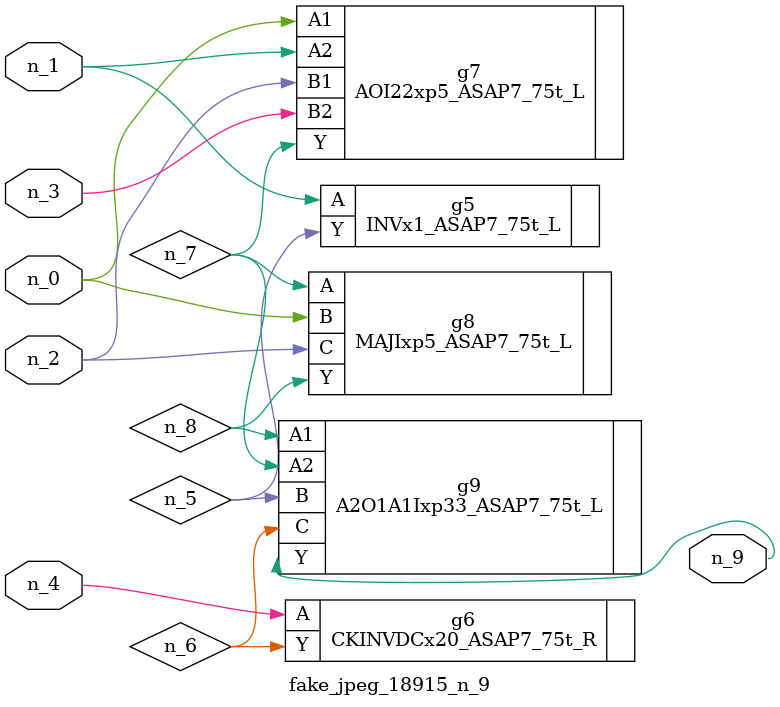
<source format=v>
module fake_jpeg_18915_n_9 (n_3, n_2, n_1, n_0, n_4, n_9);

input n_3;
input n_2;
input n_1;
input n_0;
input n_4;

output n_9;

wire n_8;
wire n_6;
wire n_5;
wire n_7;

INVx1_ASAP7_75t_L g5 ( 
.A(n_1),
.Y(n_5)
);

CKINVDCx20_ASAP7_75t_R g6 ( 
.A(n_4),
.Y(n_6)
);

AOI22xp5_ASAP7_75t_L g7 ( 
.A1(n_0),
.A2(n_1),
.B1(n_2),
.B2(n_3),
.Y(n_7)
);

MAJIxp5_ASAP7_75t_L g8 ( 
.A(n_7),
.B(n_0),
.C(n_2),
.Y(n_8)
);

A2O1A1Ixp33_ASAP7_75t_L g9 ( 
.A1(n_8),
.A2(n_7),
.B(n_5),
.C(n_6),
.Y(n_9)
);


endmodule
</source>
